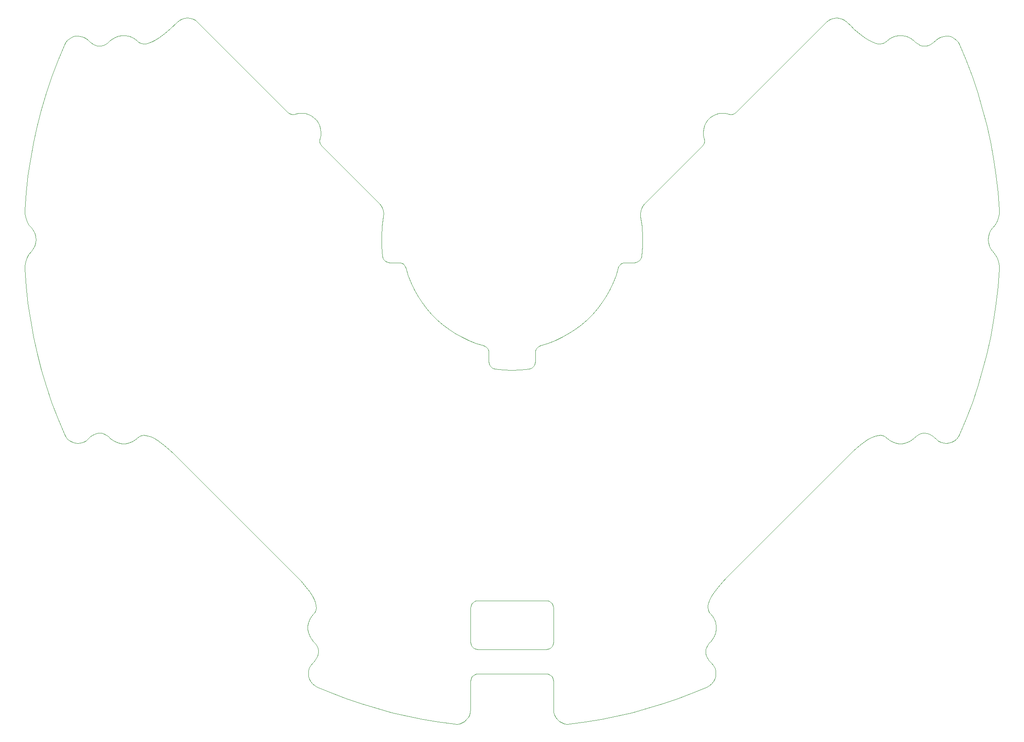
<source format=gbr>
%TF.GenerationSoftware,Altium Limited,Altium Designer,21.8.1 (53)*%
G04 Layer_Color=8388736*
%FSLAX42Y42*%
%MOMM*%
%TF.SameCoordinates,C9F6AB32-9906-4CC4-A0B2-EEC73C5AD028*%
%TF.FilePolarity,Positive*%
%TF.FileFunction,Other,Outline*%
%TF.Part,Single*%
G01*
G75*
%TA.AperFunction,NonConductor*%
%ADD129C,0.10*%
D129*
X19300Y11600D02*
X20700D01*
X20733Y11604D01*
X20765Y11615D01*
X20794Y11633D01*
X20817Y11656D01*
X20835Y11685D01*
X20846Y11717D01*
X20850Y11750D01*
Y12450D01*
X20846Y12483D02*
X20850Y12450D01*
X20835Y12515D02*
X20846Y12483D01*
X20817Y12544D02*
X20835Y12515D01*
X20794Y12567D02*
X20817Y12544D01*
X20765Y12585D02*
X20794Y12567D01*
X20733Y12596D02*
X20765Y12585D01*
X20700Y12600D02*
X20733Y12596D01*
X19300Y12600D02*
X20700D01*
X19267Y12596D02*
X19300Y12600D01*
X19235Y12585D02*
X19267Y12596D01*
X19206Y12567D02*
X19235Y12585D01*
X19183Y12544D02*
X19206Y12567D01*
X19165Y12515D02*
X19183Y12544D01*
X19154Y12483D02*
X19165Y12515D01*
X19150Y12450D02*
X19154Y12483D01*
X19150Y11750D02*
Y12450D01*
Y11750D02*
X19154Y11717D01*
X19165Y11685D01*
X19183Y11656D01*
X19206Y11633D01*
X19235Y11615D01*
X19267Y11604D01*
X19300Y11600D01*
X29805Y20188D02*
X29846Y20240D01*
X29775Y20129D02*
X29805Y20188D01*
X29756Y20066D02*
X29775Y20129D01*
X29750Y20000D02*
X29756Y20066D01*
X29750Y20000D02*
X29756Y19934D01*
X29775Y19871D01*
X29805Y19812D01*
X29846Y19760D01*
X29897Y19696D01*
X29937Y19625D01*
X29964Y19548D01*
X29979Y19467D01*
X29981Y19386D01*
X29954Y19038D02*
X29981Y19386D01*
X29914Y18691D02*
X29954Y19038D01*
X29862Y18345D02*
X29914Y18691D01*
X29798Y18002D02*
X29862Y18345D01*
X29723Y17661D02*
X29798Y18002D01*
X29635Y17323D02*
X29723Y17661D01*
X29536Y16988D02*
X29635Y17323D01*
X29425Y16657D02*
X29536Y16988D01*
X29302Y16330D02*
X29425Y16657D01*
X29168Y16007D02*
X29302Y16330D01*
X29140Y15956D02*
X29168Y16007D01*
X29102Y15912D02*
X29140Y15956D01*
X29057Y15876D02*
X29102Y15912D01*
X29005Y15849D02*
X29057Y15876D01*
X28949Y15832D02*
X29005Y15849D01*
X28891Y15827D02*
X28949Y15832D01*
X28833Y15833D02*
X28891Y15827D01*
X28778Y15850D02*
X28833Y15833D01*
X28726Y15878D02*
X28778Y15850D01*
X28681Y15915D02*
X28726Y15878D01*
X28652Y15943D02*
X28681Y15915D01*
X28622Y15967D02*
X28652Y15943D01*
X28581Y15995D02*
X28622Y15967D01*
X28539Y16016D02*
X28581Y15995D01*
X28499Y16029D02*
X28539Y16016D01*
X28458Y16035D02*
X28499Y16029D01*
X28418Y16034D02*
X28458Y16035D01*
X28378Y16025D02*
X28418Y16034D01*
X28334Y16007D02*
X28378Y16025D01*
X28286Y15976D02*
X28334Y16007D01*
X28238Y15934D02*
X28286Y15976D01*
X28184Y15889D02*
X28238Y15934D01*
X28124Y15854D02*
X28184Y15889D01*
X28058Y15831D02*
X28124Y15854D01*
X27990Y15818D02*
X28058Y15831D01*
X27920Y15818D02*
X27990D01*
X27851Y15831D02*
X27920Y15818D01*
X27786Y15854D02*
X27851Y15831D01*
X27726Y15889D02*
X27786Y15854D01*
X27672Y15934D02*
X27726Y15889D01*
X27659Y15946D02*
X27672Y15934D01*
X27645Y15957D02*
X27659Y15946D01*
X27618Y15972D02*
X27645Y15957D01*
X27586Y15983D02*
X27618Y15972D01*
X27547Y15989D02*
X27586Y15983D01*
X27500Y15987D02*
X27547Y15989D01*
X27445Y15975D02*
X27500Y15987D01*
X27381Y15951D02*
X27445Y15975D01*
X27307Y15913D02*
X27381Y15951D01*
X27220Y15858D02*
X27307Y15913D01*
X27119Y15782D02*
X27220Y15858D01*
X26994Y15675D02*
X27119Y15782D01*
X26859Y15545D02*
X26994Y15675D01*
X24455Y13141D02*
X26859Y15545D01*
X24379Y13064D02*
X24455Y13141D01*
X24311Y12990D02*
X24379Y13064D01*
X24209Y12870D02*
X24311Y12990D01*
X24133Y12768D02*
X24209Y12870D01*
X24079Y12680D02*
X24133Y12768D01*
X24043Y12605D02*
X24079Y12680D01*
X24021Y12542D02*
X24043Y12605D01*
X24013Y12499D02*
X24021Y12542D01*
X24011Y12459D02*
X24013Y12499D01*
X24011Y12459D02*
X24015Y12421D01*
X24025Y12387D01*
X24042Y12356D01*
X24066Y12328D01*
X24111Y12274D01*
X24146Y12214D01*
X24169Y12149D01*
X24181Y12080D01*
Y12010D02*
Y12080D01*
X24169Y11942D02*
X24181Y12010D01*
X24146Y11876D02*
X24169Y11942D01*
X24111Y11816D02*
X24146Y11876D01*
X24066Y11762D02*
X24111Y11816D01*
X24044Y11739D02*
X24066Y11762D01*
X24024Y11715D02*
X24044Y11739D01*
X23999Y11676D02*
X24024Y11715D01*
X23980Y11637D02*
X23999Y11676D01*
X23969Y11598D02*
X23980Y11637D01*
X23964Y11558D02*
X23969Y11598D01*
X23964Y11558D02*
X23967Y11518D01*
X23979Y11473D01*
X24001Y11426D01*
X24037Y11373D01*
X24085Y11319D01*
X24122Y11274D01*
X24150Y11222D01*
X24167Y11167D01*
X24173Y11109D01*
X24168Y11051D02*
X24173Y11109D01*
X24151Y10995D02*
X24168Y11051D01*
X24124Y10943D02*
X24151Y10995D01*
X24088Y10898D02*
X24124Y10943D01*
X24044Y10860D02*
X24088Y10898D01*
X23993Y10832D02*
X24044Y10860D01*
X23693Y10707D02*
X23993Y10832D01*
X23390Y10592D02*
X23693Y10707D01*
X23083Y10487D02*
X23390Y10592D01*
X22773Y10392D02*
X23083Y10487D01*
X22460Y10307D02*
X22773Y10392D01*
X22144Y10233D02*
X22460Y10307D01*
X21827Y10168D02*
X22144Y10233D01*
X21507Y10114D02*
X21827Y10168D01*
X21186Y10071D02*
X21507Y10114D01*
X21129Y10069D02*
X21186Y10071D01*
X21074Y10078D02*
X21129Y10069D01*
X21021Y10098D02*
X21074Y10078D01*
X20973Y10126D02*
X21021Y10098D01*
X20931Y10164D02*
X20973Y10126D01*
X20896Y10208D02*
X20931Y10164D01*
X20871Y10258D02*
X20896Y10208D01*
X20855Y10312D02*
X20871Y10258D01*
X20850Y10368D02*
X20855Y10312D01*
X20850Y10368D02*
Y10950D01*
X20846Y10983D02*
X20850Y10950D01*
X20835Y11015D02*
X20846Y10983D01*
X20817Y11044D02*
X20835Y11015D01*
X20794Y11067D02*
X20817Y11044D01*
X20765Y11085D02*
X20794Y11067D01*
X20733Y11096D02*
X20765Y11085D01*
X20700Y11100D02*
X20733Y11096D01*
X19300Y11100D02*
X20700D01*
X19267Y11096D02*
X19300Y11100D01*
X19235Y11085D02*
X19267Y11096D01*
X19206Y11067D02*
X19235Y11085D01*
X19183Y11044D02*
X19206Y11067D01*
X19165Y11015D02*
X19183Y11044D01*
X19154Y10983D02*
X19165Y11015D01*
X19150Y10950D02*
X19154Y10983D01*
X19150Y10368D02*
Y10950D01*
X19145Y10312D02*
X19150Y10368D01*
X19129Y10258D02*
X19145Y10312D01*
X19104Y10208D02*
X19129Y10258D01*
X19069Y10164D02*
X19104Y10208D01*
X19027Y10126D02*
X19069Y10164D01*
X18979Y10098D02*
X19027Y10126D01*
X18926Y10078D02*
X18979Y10098D01*
X18871Y10069D02*
X18926Y10078D01*
X18814Y10071D02*
X18871Y10069D01*
X18493Y10114D02*
X18814Y10071D01*
X18173Y10168D02*
X18493Y10114D01*
X17856Y10233D02*
X18173Y10168D01*
X17540Y10307D02*
X17856Y10233D01*
X17227Y10392D02*
X17540Y10307D01*
X16917Y10487D02*
X17227Y10392D01*
X16610Y10592D02*
X16917Y10487D01*
X16307Y10707D02*
X16610Y10592D01*
X16007Y10832D02*
X16307Y10707D01*
X15956Y10860D02*
X16007Y10832D01*
X15912Y10898D02*
X15956Y10860D01*
X15876Y10943D02*
X15912Y10898D01*
X15849Y10995D02*
X15876Y10943D01*
X15832Y11051D02*
X15849Y10995D01*
X15827Y11109D02*
X15832Y11051D01*
X15827Y11109D02*
X15833Y11167D01*
X15850Y11222D01*
X15878Y11274D01*
X15915Y11319D01*
X15943Y11348D01*
X15967Y11378D01*
X15995Y11419D01*
X16016Y11461D01*
X16029Y11501D01*
X16035Y11542D01*
X16034Y11582D02*
X16035Y11542D01*
X16025Y11622D02*
X16034Y11582D01*
X16007Y11666D02*
X16025Y11622D01*
X15976Y11714D02*
X16007Y11666D01*
X15934Y11762D02*
X15976Y11714D01*
X15889Y11816D02*
X15934Y11762D01*
X15854Y11876D02*
X15889Y11816D01*
X15831Y11942D02*
X15854Y11876D01*
X15818Y12010D02*
X15831Y11942D01*
X15818Y12010D02*
Y12080D01*
X15831Y12149D01*
X15854Y12214D01*
X15889Y12274D01*
X15934Y12328D01*
X15946Y12341D01*
X15957Y12355D01*
X15972Y12382D01*
X15983Y12414D01*
X15989Y12453D01*
X15987Y12500D02*
X15989Y12453D01*
X15975Y12555D02*
X15987Y12500D01*
X15951Y12619D02*
X15975Y12555D01*
X15913Y12693D02*
X15951Y12619D01*
X15858Y12780D02*
X15913Y12693D01*
X15782Y12881D02*
X15858Y12780D01*
X15675Y13006D02*
X15782Y12881D01*
X15545Y13141D02*
X15675Y13006D01*
X13141Y15545D02*
X15545Y13141D01*
X13064Y15621D02*
X13141Y15545D01*
X12990Y15689D02*
X13064Y15621D01*
X12870Y15791D02*
X12990Y15689D01*
X12768Y15867D02*
X12870Y15791D01*
X12680Y15921D02*
X12768Y15867D01*
X12605Y15957D02*
X12680Y15921D01*
X12542Y15979D02*
X12605Y15957D01*
X12499Y15987D02*
X12542Y15979D01*
X12459Y15989D02*
X12499Y15987D01*
X12421Y15985D02*
X12459Y15989D01*
X12387Y15975D02*
X12421Y15985D01*
X12356Y15958D02*
X12387Y15975D01*
X12328Y15934D02*
X12356Y15958D01*
X12274Y15889D02*
X12328Y15934D01*
X12214Y15854D02*
X12274Y15889D01*
X12149Y15831D02*
X12214Y15854D01*
X12080Y15818D02*
X12149Y15831D01*
X12010Y15818D02*
X12080D01*
X11942Y15831D02*
X12010Y15818D01*
X11876Y15854D02*
X11942Y15831D01*
X11816Y15889D02*
X11876Y15854D01*
X11762Y15934D02*
X11816Y15889D01*
X11739Y15956D02*
X11762Y15934D01*
X11715Y15976D02*
X11739Y15956D01*
X11676Y16001D02*
X11715Y15976D01*
X11637Y16020D02*
X11676Y16001D01*
X11598Y16031D02*
X11637Y16020D01*
X11558Y16036D02*
X11598Y16031D01*
X11518Y16033D02*
X11558Y16036D01*
X11473Y16021D02*
X11518Y16033D01*
X11426Y15999D02*
X11473Y16021D01*
X11373Y15963D02*
X11426Y15999D01*
X11319Y15915D02*
X11373Y15963D01*
X11274Y15878D02*
X11319Y15915D01*
X11222Y15850D02*
X11274Y15878D01*
X11167Y15833D02*
X11222Y15850D01*
X11109Y15827D02*
X11167Y15833D01*
X11051Y15832D02*
X11109Y15827D01*
X10995Y15849D02*
X11051Y15832D01*
X10943Y15876D02*
X10995Y15849D01*
X10898Y15912D02*
X10943Y15876D01*
X10860Y15956D02*
X10898Y15912D01*
X10832Y16007D02*
X10860Y15956D01*
X10698Y16330D02*
X10832Y16007D01*
X10575Y16657D02*
X10698Y16330D01*
X10464Y16988D02*
X10575Y16657D01*
X10365Y17323D02*
X10464Y16988D01*
X10277Y17661D02*
X10365Y17323D01*
X10202Y18002D02*
X10277Y17661D01*
X10138Y18345D02*
X10202Y18002D01*
X10086Y18691D02*
X10138Y18345D01*
X10046Y19038D02*
X10086Y18691D01*
X10019Y19386D02*
X10046Y19038D01*
X10019Y19386D02*
X10021Y19467D01*
X10036Y19548D01*
X10063Y19625D01*
X10103Y19696D01*
X10154Y19760D01*
X10195Y19812D01*
X10225Y19871D01*
X10244Y19934D01*
X10250Y20000D01*
X10244Y20066D02*
X10250Y20000D01*
X10225Y20129D02*
X10244Y20066D01*
X10195Y20188D02*
X10225Y20129D01*
X10154Y20240D02*
X10195Y20188D01*
X10103Y20304D02*
X10154Y20240D01*
X10063Y20375D02*
X10103Y20304D01*
X10036Y20452D02*
X10063Y20375D01*
X10021Y20533D02*
X10036Y20452D01*
X10019Y20614D02*
X10021Y20533D01*
X10019Y20614D02*
X10046Y20962D01*
X10086Y21309D01*
X10138Y21655D01*
X10202Y21998D01*
X10277Y22339D01*
X10365Y22677D01*
X10464Y23012D01*
X10575Y23343D01*
X10698Y23670D01*
X10832Y23993D01*
X10860Y24044D01*
X10898Y24088D01*
X10943Y24124D01*
X10995Y24151D01*
X11051Y24168D01*
X11109Y24173D01*
X11167Y24167D01*
X11222Y24150D01*
X11274Y24122D01*
X11319Y24085D01*
X11348Y24057D01*
X11378Y24033D01*
X11419Y24005D01*
X11461Y23984D01*
X11501Y23971D01*
X11542Y23965D01*
X11582Y23966D01*
X11622Y23975D01*
X11666Y23993D01*
X11714Y24024D01*
X11762Y24066D01*
X11816Y24111D01*
X11876Y24146D01*
X11942Y24169D01*
X12010Y24181D01*
X12080D01*
X12149Y24169D01*
X12214Y24146D01*
X12274Y24111D01*
X12328Y24066D01*
X12341Y24054D01*
X12355Y24043D01*
X12382Y24028D01*
X12414Y24017D01*
X12453Y24011D01*
X12500Y24013D01*
X12555Y24025D01*
X12619Y24049D01*
X12693Y24087D01*
X12780Y24142D01*
X12881Y24218D01*
X13006Y24325D01*
X13141Y24455D01*
X13187Y24492D01*
X13238Y24520D01*
X13295Y24537D01*
X13353Y24543D01*
X13412Y24537D01*
X13468Y24520D01*
X13520Y24492D01*
X13565Y24455D01*
X15411Y22609D01*
X15437Y22589D01*
X15466Y22574D01*
X15498Y22566D01*
X15531Y22566D01*
X15563Y22573D01*
X15629Y22588D01*
X15696Y22592D01*
X15764Y22585D01*
X15829Y22566D01*
X15889Y22537D01*
X15945Y22498D01*
X15992Y22450D01*
X16031Y22395D01*
X16061Y22334D01*
X16079Y22269D01*
X16087Y22202D01*
X16082Y22134D02*
X16087Y22202D01*
X16067Y22069D02*
X16082Y22134D01*
X16060Y22036D02*
X16067Y22069D01*
X16060Y22036D02*
X16061Y22004D01*
X16069Y21972D01*
X16083Y21942D01*
X16104Y21916D01*
X17284Y20736D01*
X17320Y20692D01*
X17348Y20641D01*
X17365Y20586D01*
X17372Y20529D01*
X17367Y20471D02*
X17372Y20529D01*
X17339Y20269D02*
X17367Y20471D01*
X17326Y20064D02*
X17339Y20269D01*
X17326Y20064D02*
X17329Y19860D01*
X17347Y19656D01*
X17354Y19626D01*
X17367Y19598D01*
X17386Y19573D01*
X17409Y19553D01*
X17436Y19538D01*
X17465Y19528D01*
X17496Y19525D01*
X17683D01*
X17715Y19521D01*
X17746Y19511D01*
X17774Y19494D01*
X17798Y19472D01*
X17816Y19444D01*
X17828Y19414D01*
X17874Y19264D01*
X17930Y19118D01*
X17996Y18977D01*
X18072Y18840D01*
X18158Y18708D01*
X18252Y18583D01*
X18355Y18465D01*
X18465Y18355D01*
X18583Y18252D01*
X18708Y18158D01*
X18840Y18072D01*
X18977Y17996D01*
X19118Y17930D01*
X19264Y17874D01*
X19414Y17828D01*
X19444Y17816D01*
X19472Y17798D01*
X19494Y17774D01*
X19511Y17746D01*
X19521Y17715D01*
X19525Y17683D01*
Y17496D02*
Y17683D01*
Y17496D02*
X19528Y17465D01*
X19538Y17436D01*
X19553Y17409D01*
X19573Y17386D01*
X19598Y17367D01*
X19626Y17354D01*
X19656Y17347D01*
X19827Y17331D01*
X20000Y17325D01*
X20173Y17331D01*
X20344Y17347D01*
X20374Y17354D01*
X20402Y17367D01*
X20427Y17386D01*
X20447Y17409D01*
X20462Y17436D01*
X20472Y17465D01*
X20475Y17496D01*
Y17683D01*
X20479Y17715D01*
X20489Y17746D01*
X20506Y17774D01*
X20528Y17798D01*
X20556Y17816D01*
X20586Y17828D01*
X20736Y17874D01*
X20882Y17930D01*
X21023Y17996D01*
X21160Y18072D01*
X21292Y18158D01*
X21417Y18252D01*
X21535Y18355D01*
X21645Y18465D01*
X21748Y18583D01*
X21842Y18708D01*
X21928Y18840D01*
X22004Y18977D01*
X22070Y19118D01*
X22126Y19264D01*
X22172Y19414D01*
X22184Y19444D01*
X22202Y19472D01*
X22226Y19494D01*
X22254Y19511D01*
X22285Y19521D01*
X22317Y19525D01*
X22504D01*
X22535Y19528D01*
X22564Y19538D01*
X22591Y19553D01*
X22614Y19573D01*
X22633Y19598D01*
X22646Y19626D01*
X22653Y19656D01*
X22671Y19860D01*
X22674Y20064D01*
X22661Y20269D02*
X22674Y20064D01*
X22633Y20471D02*
X22661Y20269D01*
X22628Y20529D02*
X22633Y20471D01*
X22628Y20529D02*
X22635Y20586D01*
X22652Y20641D01*
X22680Y20692D01*
X22716Y20736D01*
X23896Y21916D01*
X23917Y21942D01*
X23931Y21972D01*
X23939Y22004D01*
X23940Y22036D01*
X23933Y22069D02*
X23940Y22036D01*
X23918Y22134D02*
X23933Y22069D01*
X23913Y22202D02*
X23918Y22134D01*
X23913Y22202D02*
X23921Y22269D01*
X23939Y22334D01*
X23969Y22395D01*
X24008Y22450D01*
X24055Y22498D01*
X24111Y22537D01*
X24171Y22566D01*
X24236Y22585D01*
X24304Y22592D01*
X24371Y22588D01*
X24437Y22573D01*
X24469Y22566D01*
X24502Y22566D01*
X24534Y22574D01*
X24563Y22589D01*
X24589Y22609D01*
X26435Y24455D01*
X26480Y24492D01*
X26532Y24520D01*
X26588Y24537D01*
X26647Y24543D01*
X26705Y24537D01*
X26762Y24520D01*
X26813Y24492D01*
X26859Y24455D01*
X26936Y24379D01*
X27010Y24311D01*
X27130Y24209D01*
X27232Y24133D01*
X27320Y24079D01*
X27395Y24043D01*
X27458Y24021D01*
X27501Y24013D01*
X27541Y24011D01*
X27579Y24015D01*
X27613Y24025D01*
X27644Y24042D01*
X27672Y24066D01*
X27726Y24111D01*
X27786Y24146D01*
X27851Y24169D01*
X27920Y24181D01*
X27990D01*
X28058Y24169D01*
X28124Y24146D01*
X28184Y24111D01*
X28238Y24066D01*
X28261Y24044D01*
X28285Y24024D01*
X28324Y23999D01*
X28363Y23980D01*
X28402Y23969D01*
X28442Y23964D01*
X28482Y23967D01*
X28527Y23979D01*
X28574Y24001D01*
X28627Y24037D01*
X28681Y24085D01*
X28726Y24122D01*
X28778Y24150D01*
X28833Y24167D01*
X28891Y24173D01*
X28949Y24168D01*
X29005Y24151D01*
X29057Y24124D01*
X29102Y24088D01*
X29140Y24044D01*
X29168Y23993D01*
X29302Y23670D01*
X29425Y23343D01*
X29536Y23012D01*
X29635Y22677D01*
X29723Y22339D01*
X29798Y21998D01*
X29862Y21655D01*
X29914Y21309D01*
X29954Y20962D01*
X29981Y20614D01*
X29979Y20533D02*
X29981Y20614D01*
X29964Y20452D02*
X29979Y20533D01*
X29937Y20375D02*
X29964Y20452D01*
X29897Y20304D02*
X29937Y20375D01*
X29846Y20240D02*
X29897Y20304D01*
%TF.MD5,c13f354a436587046e714bca0778182c*%
M02*

</source>
